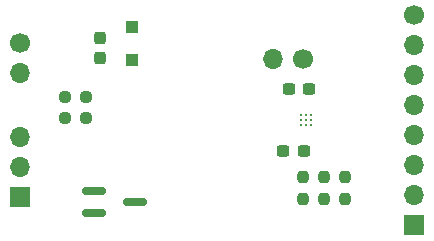
<source format=gts>
G04 #@! TF.GenerationSoftware,KiCad,Pcbnew,8.0.4*
G04 #@! TF.CreationDate,2024-09-19T17:48:01+02:00*
G04 #@! TF.ProjectId,vibration-motor,76696272-6174-4696-9f6e-2d6d6f746f72,rev?*
G04 #@! TF.SameCoordinates,Original*
G04 #@! TF.FileFunction,Soldermask,Top*
G04 #@! TF.FilePolarity,Negative*
%FSLAX46Y46*%
G04 Gerber Fmt 4.6, Leading zero omitted, Abs format (unit mm)*
G04 Created by KiCad (PCBNEW 8.0.4) date 2024-09-19 17:48:01*
%MOMM*%
%LPD*%
G01*
G04 APERTURE LIST*
G04 Aperture macros list*
%AMRoundRect*
0 Rectangle with rounded corners*
0 $1 Rounding radius*
0 $2 $3 $4 $5 $6 $7 $8 $9 X,Y pos of 4 corners*
0 Add a 4 corners polygon primitive as box body*
4,1,4,$2,$3,$4,$5,$6,$7,$8,$9,$2,$3,0*
0 Add four circle primitives for the rounded corners*
1,1,$1+$1,$2,$3*
1,1,$1+$1,$4,$5*
1,1,$1+$1,$6,$7*
1,1,$1+$1,$8,$9*
0 Add four rect primitives between the rounded corners*
20,1,$1+$1,$2,$3,$4,$5,0*
20,1,$1+$1,$4,$5,$6,$7,0*
20,1,$1+$1,$6,$7,$8,$9,0*
20,1,$1+$1,$8,$9,$2,$3,0*%
G04 Aperture macros list end*
%ADD10R,1.700000X1.700000*%
%ADD11O,1.700000X1.700000*%
%ADD12RoundRect,0.237500X0.250000X0.237500X-0.250000X0.237500X-0.250000X-0.237500X0.250000X-0.237500X0*%
%ADD13RoundRect,0.237500X-0.250000X-0.237500X0.250000X-0.237500X0.250000X0.237500X-0.250000X0.237500X0*%
%ADD14RoundRect,0.237500X0.237500X-0.300000X0.237500X0.300000X-0.237500X0.300000X-0.237500X-0.300000X0*%
%ADD15C,1.700000*%
%ADD16RoundRect,0.237500X0.237500X-0.250000X0.237500X0.250000X-0.237500X0.250000X-0.237500X-0.250000X0*%
%ADD17C,0.250000*%
%ADD18C,0.200000*%
%ADD19RoundRect,0.162500X-0.837500X-0.162500X0.837500X-0.162500X0.837500X0.162500X-0.837500X0.162500X0*%
%ADD20RoundRect,0.237500X0.300000X0.237500X-0.300000X0.237500X-0.300000X-0.237500X0.300000X-0.237500X0*%
%ADD21RoundRect,0.250000X-0.300000X0.300000X-0.300000X-0.300000X0.300000X-0.300000X0.300000X0.300000X0*%
%ADD22RoundRect,0.237500X-0.300000X-0.237500X0.300000X-0.237500X0.300000X0.237500X-0.300000X0.237500X0*%
G04 APERTURE END LIST*
D10*
X71800000Y-64380000D03*
D11*
X71800000Y-61840000D03*
X71800000Y-59300000D03*
D12*
X77375000Y-55892500D03*
X75550000Y-55892500D03*
D13*
X75537500Y-57687500D03*
X77362500Y-57687500D03*
D14*
X78525000Y-52625000D03*
X78525000Y-50900000D03*
D15*
X105150000Y-48975000D03*
D11*
X105150000Y-51515000D03*
X105150000Y-54055000D03*
X105150000Y-56595000D03*
X105150000Y-59135000D03*
X105150000Y-61675000D03*
X105150000Y-64215000D03*
D10*
X105150000Y-66755000D03*
D16*
X95750000Y-64500000D03*
X95750000Y-62675000D03*
D15*
X95740000Y-52650000D03*
D11*
X93200000Y-52650000D03*
D17*
X96400000Y-58250000D03*
X96000000Y-58250000D03*
X95600000Y-58250000D03*
X96400000Y-57850000D03*
X96000000Y-57850000D03*
X95600000Y-57850000D03*
X96400000Y-57450000D03*
D18*
X96000000Y-57450000D03*
D17*
X95600000Y-57450000D03*
D19*
X78050000Y-63850000D03*
X78050000Y-65750000D03*
X81470000Y-64800000D03*
D16*
X99250000Y-64500000D03*
X99250000Y-62675000D03*
D15*
X71800000Y-51310000D03*
D11*
X71800000Y-53850000D03*
D16*
X97500000Y-64500000D03*
X97500000Y-62675000D03*
D20*
X96275000Y-55250000D03*
X94550000Y-55250000D03*
D21*
X81275000Y-49975000D03*
X81275000Y-52775000D03*
D22*
X94050000Y-60500000D03*
X95775000Y-60500000D03*
M02*

</source>
